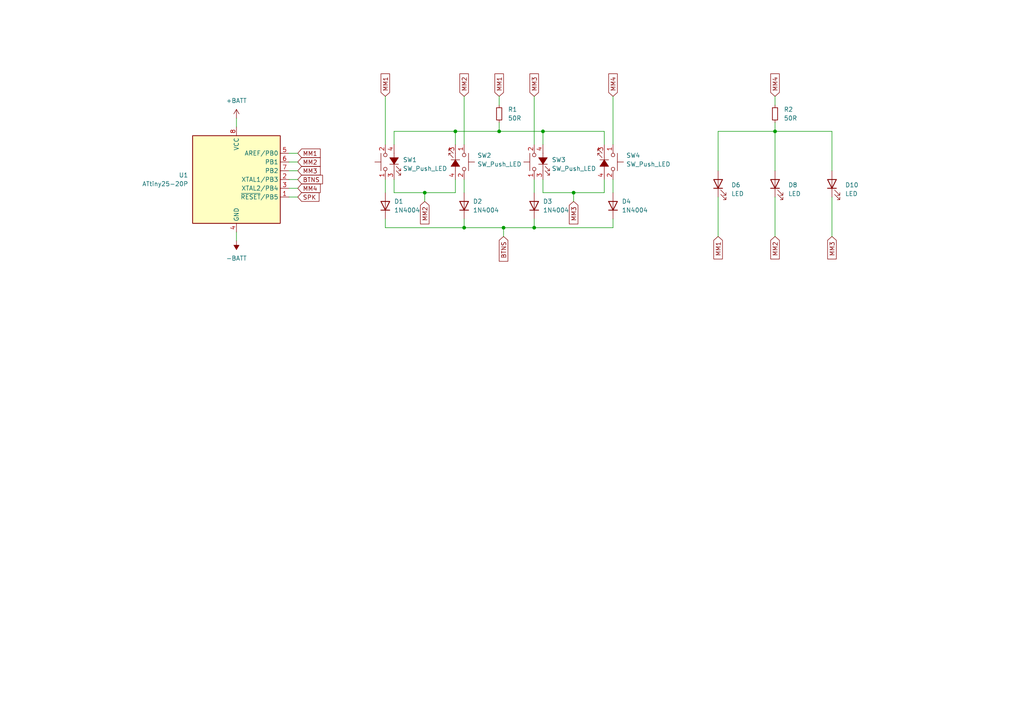
<source format=kicad_sch>
(kicad_sch (version 20230121) (generator eeschema)
  (paper "A4")
  (lib_symbols
    (symbol "Device:LED" (pin_numbers hide) (pin_names (offset 1.016) hide)
      (property "Reference" "D" (at 0 2.54 0))
      (property "Value" "LED" (at 0 -2.54 0))
      (symbol "LED_0_1"
        (polyline (pts (xy -1.27 -1.27) (xy -1.27 1.27)) (stroke (width 0.254)))
        (polyline (pts (xy -1.27 0) (xy 1.27 0)))
        (polyline (pts (xy 1.27 -1.27) (xy 1.27 1.27) (xy -1.27 0) (xy 1.27 -1.27)) (stroke (width 0.254)))
        (polyline (pts (xy -3.048 -0.762) (xy -4.572 -2.286) (xy -3.81 -2.286) (xy -4.572 -2.286) (xy -4.572 -1.524)))
        (polyline (pts (xy -1.778 -0.762) (xy -3.302 -2.286) (xy -2.54 -2.286) (xy -3.302 -2.286) (xy -3.302 -1.524)))
      )
      (symbol "LED_1_1"
        (pin passive line (at -3.81 0 0) (length 2.54) (name "K") (number "1"))
        (pin passive line (at 3.81 0 180) (length 2.54) (name "A") (number "2"))
      )
    )
    (symbol "Device:R_Small" (pin_numbers hide) (pin_names (offset 0.254) hide)
      (property "Reference" "R" (at 0.762 0.508 0))
      (property "Value" "R_Small" (at 0.762 -1.016 0))
      (symbol "R_Small_0_1"
        (rectangle (start -0.762 1.778) (end 0.762 -1.778) (stroke (width 0.2032)))
      )
      (symbol "R_Small_1_1"
        (pin passive line (at 0 2.54 270) (length 0.762) (name "~") (number "1"))
        (pin passive line (at 0 -2.54 90) (length 0.762) (name "~") (number "2"))
      )
    )
    (symbol "Diode:1N4004" (pin_numbers hide) (pin_names hide)
      (property "Reference" "D" (at 0 2.54 0))
      (property "Value" "1N4004" (at 0 -2.54 0))
      (symbol "1N4004_0_1"
        (polyline (pts (xy -1.27 1.27) (xy -1.27 -1.27)) (stroke (width 0.254)))
        (polyline (pts (xy 1.27 0) (xy -1.27 0)))
        (polyline (pts (xy 1.27 1.27) (xy 1.27 -1.27) (xy -1.27 0) (xy 1.27 1.27)) (stroke (width 0.254)))
      )
      (symbol "1N4004_1_1"
        (pin passive line (at -3.81 0 0) (length 2.54) (name "K") (number "1"))
        (pin passive line (at 3.81 0 180) (length 2.54) (name "A") (number "2"))
      )
    )
    (symbol "MCU_Microchip_ATtiny:ATtiny25-20P"
      (property "Reference" "U" (at -12.7 13.97 0))
      (property "Value" "ATtiny25-20P" (at 2.54 -13.97 0))
      (symbol "ATtiny25-20P_0_1"
        (rectangle (start -12.7 -12.7) (end 12.7 12.7) (stroke (width 0.254)) (fill (type background)))
      )
      (symbol "ATtiny25-20P_1_1"
        (pin bidirectional line (at 15.24 -5.08 180) (length 2.54) (name "~{RESET}/PB5") (number "1"))
        (pin bidirectional line (at 15.24 0 180) (length 2.54) (name "XTAL1/PB3") (number "2"))
        (pin bidirectional line (at 15.24 -2.54 180) (length 2.54) (name "XTAL2/PB4") (number "3"))
        (pin power_in line (at 0 -15.24 90) (length 2.54) (name "GND") (number "4"))
        (pin bidirectional line (at 15.24 7.62 180) (length 2.54) (name "AREF/PB0") (number "5"))
        (pin bidirectional line (at 15.24 5.08 180) (length 2.54) (name "PB1") (number "6"))
        (pin bidirectional line (at 15.24 2.54 180) (length 2.54) (name "PB2") (number "7"))
        (pin power_in line (at 0 15.24 270) (length 2.54) (name "VCC") (number "8"))
      )
    )
    (symbol "Switch:SW_Push_LED" (pin_names (offset 1.016) hide)
      (property "Reference" "SW" (at 0.635 5.715 0))
      (property "Value" "SW_Push_LED" (at 0 -3.175 0))
      (symbol "SW_Push_LED_0_0"
        (polyline (pts (xy -3.81 -1.905) (xy -2.54 -0.635)))
        (polyline (pts (xy -2.54 -1.905) (xy -1.27 -0.635)))
        (polyline (pts (xy -2.54 0) (xy 2.54 0)))
        (polyline (pts (xy -0.635 1.27) (xy -0.635 -1.27)))
        (polyline (pts (xy -3.81 -1.27) (xy -3.81 -1.905) (xy -3.175 -1.905)))
        (polyline (pts (xy -2.54 -1.27) (xy -2.54 -1.905) (xy -1.905 -1.905)))
        (polyline (pts (xy -0.635 0) (xy 1.27 1.27) (xy 1.27 -1.27) (xy -0.635 0)) (fill (type outline)))
      )
      (symbol "SW_Push_LED_0_1"
        (circle (center -2.032 2.54) (radius 0.508))
        (polyline (pts (xy 0 3.81) (xy 0 5.588)))
        (polyline (pts (xy 2.54 3.81) (xy -2.54 3.81)))
        (circle (center 2.032 2.54) (radius 0.508))
        (pin passive line (at -5.08 2.54 0) (length 2.54) (name "1") (number "1"))
        (pin passive line (at 5.08 2.54 180) (length 2.54) (name "2") (number "2"))
        (pin passive line (at -5.08 0 0) (length 2.54) (name "K") (number "3"))
        (pin passive line (at 5.08 0 180) (length 2.54) (name "A") (number "4"))
      )
    )
    (symbol "power:+BATT" (power) (pin_names (offset 0))
      (property "Value" "+BATT" (at 0 3.556 0))
      (symbol "+BATT_0_1"
        (polyline (pts (xy -0.762 1.27) (xy 0 2.54)))
        (polyline (pts (xy 0 0) (xy 0 2.54)))
        (polyline (pts (xy 0 2.54) (xy 0.762 1.27)))
      )
      (symbol "+BATT_1_1"
        (pin power_in line (at 0 0 90) (length 0) hide (name "+BATT") (number "1"))
      )
    )
    (symbol "power:-BATT" (power) (pin_names (offset 0))
      (property "Value" "-BATT" (at 0 3.556 0))
      (symbol "-BATT_0_1"
        (polyline (pts (xy 0 0) (xy 0 2.54)))
        (polyline (pts (xy 0.762 1.27) (xy -0.762 1.27) (xy 0 2.54) (xy 0.762 1.27)) (fill (type outline)))
      )
      (symbol "-BATT_1_1"
        (pin power_in line (at 0 0 90) (length 0) hide (name "-BATT") (number "1"))
      )
    )
  )
  (junction (at 154.94 66.04))
  (junction (at 123.19 55.88))
  (junction (at 144.78 38.1))
  (junction (at 146.05 66.04))
  (junction (at 134.62 66.04))
  (junction (at 224.79 38.1))
  (junction (at 157.48 38.1))
  (junction (at 132.08 38.1))
  (junction (at 166.37 55.88))
  (wire (pts (xy 154.94 63.5) (xy 154.94 66.04)))
  (wire (pts (xy 134.62 27.94) (xy 134.62 41.91)))
  (wire (pts (xy 208.28 57.15) (xy 208.28 68.58)))
  (wire (pts (xy 83.82 57.15) (xy 86.36 57.15)))
  (wire (pts (xy 114.3 38.1) (xy 132.08 38.1)))
  (wire (pts (xy 208.28 38.1) (xy 224.79 38.1)))
  (wire (pts (xy 157.48 52.07) (xy 157.48 55.88)))
  (wire (pts (xy 114.3 52.07) (xy 114.3 55.88)))
  (wire (pts (xy 208.28 38.1) (xy 208.28 49.53)))
  (wire (pts (xy 154.94 52.07) (xy 154.94 55.88)))
  (wire (pts (xy 175.26 38.1) (xy 175.26 41.91)))
  (wire (pts (xy 83.82 52.07) (xy 86.36 52.07)))
  (wire (pts (xy 154.94 27.94) (xy 154.94 41.91)))
  (wire (pts (xy 154.94 66.04) (xy 177.8 66.04)))
  (wire (pts (xy 146.05 66.04) (xy 154.94 66.04)))
  (wire (pts (xy 224.79 27.94) (xy 224.79 30.48)))
  (wire (pts (xy 177.8 63.5) (xy 177.8 66.04)))
  (wire (pts (xy 123.19 55.88) (xy 132.08 55.88)))
  (wire (pts (xy 83.82 54.61) (xy 86.36 54.61)))
  (wire (pts (xy 111.76 27.94) (xy 111.76 41.91)))
  (wire (pts (xy 224.79 57.15) (xy 224.79 68.58)))
  (wire (pts (xy 134.62 63.5) (xy 134.62 66.04)))
  (wire (pts (xy 111.76 52.07) (xy 111.76 55.88)))
  (wire (pts (xy 241.3 38.1) (xy 241.3 49.53)))
  (wire (pts (xy 241.3 57.15) (xy 241.3 68.58)))
  (wire (pts (xy 177.8 52.07) (xy 177.8 55.88)))
  (wire (pts (xy 132.08 38.1) (xy 144.78 38.1)))
  (wire (pts (xy 166.37 55.88) (xy 166.37 58.42)))
  (wire (pts (xy 177.8 27.94) (xy 177.8 41.91)))
  (wire (pts (xy 134.62 52.07) (xy 134.62 55.88)))
  (wire (pts (xy 83.82 44.45) (xy 86.36 44.45)))
  (wire (pts (xy 68.58 34.29) (xy 68.58 36.83)))
  (wire (pts (xy 224.79 38.1) (xy 224.79 49.53)))
  (wire (pts (xy 144.78 27.94) (xy 144.78 30.48)))
  (wire (pts (xy 132.08 38.1) (xy 132.08 41.91)))
  (wire (pts (xy 157.48 55.88) (xy 166.37 55.88)))
  (wire (pts (xy 224.79 38.1) (xy 241.3 38.1)))
  (wire (pts (xy 111.76 66.04) (xy 134.62 66.04)))
  (wire (pts (xy 157.48 38.1) (xy 175.26 38.1)))
  (wire (pts (xy 68.58 67.31) (xy 68.58 69.85)))
  (wire (pts (xy 111.76 63.5) (xy 111.76 66.04)))
  (wire (pts (xy 114.3 41.91) (xy 114.3 38.1)))
  (wire (pts (xy 132.08 55.88) (xy 132.08 52.07)))
  (wire (pts (xy 166.37 55.88) (xy 175.26 55.88)))
  (wire (pts (xy 83.82 49.53) (xy 86.36 49.53)))
  (wire (pts (xy 146.05 66.04) (xy 146.05 68.58)))
  (wire (pts (xy 175.26 55.88) (xy 175.26 52.07)))
  (wire (pts (xy 224.79 35.56) (xy 224.79 38.1)))
  (wire (pts (xy 123.19 55.88) (xy 123.19 58.42)))
  (wire (pts (xy 157.48 41.91) (xy 157.48 38.1)))
  (wire (pts (xy 134.62 66.04) (xy 146.05 66.04)))
  (wire (pts (xy 144.78 35.56) (xy 144.78 38.1)))
  (wire (pts (xy 144.78 38.1) (xy 157.48 38.1)))
  (wire (pts (xy 83.82 46.99) (xy 86.36 46.99)))
  (wire (pts (xy 114.3 55.88) (xy 123.19 55.88)))
  (global_label "MM3" (shape input) (at 166.37 58.42 270) (property "Intersheetrefs" "${INTERSHEET_REFS}" (effects hide)))
  (global_label "MM1" (shape input) (at 111.76 27.94 90) (property "Intersheetrefs" "${INTERSHEET_REFS}" (effects hide)))
  (global_label "MM4" (shape input) (at 86.36 54.61 0) (property "Intersheetrefs" "${INTERSHEET_REFS}" (effects hide)))
  (global_label "MM1" (shape input) (at 86.36 44.45 0) (property "Intersheetrefs" "${INTERSHEET_REFS}" (effects hide)))
  (global_label "MM1" (shape input) (at 208.28 68.58 270) (property "Intersheetrefs" "${INTERSHEET_REFS}" (effects hide)))
  (global_label "MM3" (shape input) (at 86.36 49.53 0) (property "Intersheetrefs" "${INTERSHEET_REFS}" (effects hide)))
  (global_label "MM4" (shape input) (at 224.79 27.94 90) (property "Intersheetrefs" "${INTERSHEET_REFS}" (effects hide)))
  (global_label "MM3" (shape input) (at 154.94 27.94 90) (property "Intersheetrefs" "${INTERSHEET_REFS}" (effects hide)))
  (global_label "MM4" (shape input) (at 177.8 27.94 90) (property "Intersheetrefs" "${INTERSHEET_REFS}" (effects hide)))
  (global_label "MM2" (shape input) (at 123.19 58.42 270) (property "Intersheetrefs" "${INTERSHEET_REFS}" (effects hide)))
  (global_label "MM3" (shape input) (at 241.3 68.58 270) (property "Intersheetrefs" "${INTERSHEET_REFS}" (effects hide)))
  (global_label "MM2" (shape input) (at 86.36 46.99 0) (property "Intersheetrefs" "${INTERSHEET_REFS}" (effects hide)))
  (global_label "MM1" (shape input) (at 144.78 27.94 90) (property "Intersheetrefs" "${INTERSHEET_REFS}" (effects hide)))
  (global_label "MM2" (shape input) (at 224.79 68.58 270) (property "Intersheetrefs" "${INTERSHEET_REFS}" (effects hide)))
  (global_label "SPK" (shape input) (at 86.36 57.15 0) (property "Intersheetrefs" "${INTERSHEET_REFS}" (effects hide)))
  (global_label "BTNS" (shape input) (at 86.36 52.07 0) (property "Intersheetrefs" "${INTERSHEET_REFS}" (effects hide)))
  (global_label "MM2" (shape input) (at 134.62 27.94 90) (property "Intersheetrefs" "${INTERSHEET_REFS}" (effects hide)))
  (global_label "BTNS" (shape input) (at 146.05 68.58 270) (property "Intersheetrefs" "${INTERSHEET_REFS}" (effects hide)))
  (symbol (lib_id "power:+BATT") (at 68.58 34.29 0) (unit 1)
    (property "Reference" "#PWR02" (effects hide))
    (property "Value" "+BATT" (at 68.58 29.21 0))
  )
  (symbol (lib_id "Diode:1N4004") (at 154.94 59.69 90) (unit 1)
    (property "Reference" "D3" (at 157.48 58.42 90) (effects (justify right)))
    (property "Value" "1N4004" (at 157.48 60.96 90) (effects (justify right)))
    (property "Footprint" "Diode_THT:D_DO-34_SOD68_P7.62mm_Horizontal" (effects hide))
    (property "Datasheet" "http://www.vishay.com/docs/88503/1n4001.pdf" (effects hide))
    (property "Sim.Device" "D" (effects hide))
    (property "Sim.Pins" "1=K 2=A" (effects hide))
  )
  (symbol (lib_id "Switch:SW_Push_LED") (at 175.26 46.99 270) (unit 1)
    (property "Reference" "SW4" (at 181.61 45.085 90) (effects (justify left)))
    (property "Value" "SW_Push_LED" (at 181.61 47.625 90) (effects (justify left)))
    (property "Footprint" "12mm_tactile_with_led:FX_tactile_12mm_with_LED" (effects hide))
  )
  (symbol (lib_id "Switch:SW_Push_LED") (at 157.48 46.99 90) (unit 1)
    (property "Reference" "SW3" (at 160.02 46.355 90) (effects (justify right)))
    (property "Value" "SW_Push_LED" (at 160.02 48.895 90) (effects (justify right)))
    (property "Footprint" "12mm_tactile_with_led:FX_tactile_12mm_with_LED" (effects hide))
  )
  (symbol (lib_id "Diode:1N4004") (at 111.76 59.69 90) (unit 1)
    (property "Reference" "D1" (at 114.3 58.42 90) (effects (justify right)))
    (property "Value" "1N4004" (at 114.3 60.96 90) (effects (justify right)))
    (property "Footprint" "Diode_THT:D_DO-34_SOD68_P7.62mm_Horizontal" (effects hide))
    (property "Datasheet" "http://www.vishay.com/docs/88503/1n4001.pdf" (effects hide))
    (property "Sim.Device" "D" (effects hide))
    (property "Sim.Pins" "1=K 2=A" (effects hide))
  )
  (symbol (lib_id "power:-BATT") (at 68.58 69.85 180) (unit 1)
    (property "Reference" "#PWR01" (effects hide))
    (property "Value" "-BATT" (at 68.58 74.93 0))
  )
  (symbol (lib_id "Switch:SW_Push_LED") (at 132.08 46.99 270) (unit 1)
    (property "Reference" "SW2" (at 138.43 45.085 90) (effects (justify left)))
    (property "Value" "SW_Push_LED" (at 138.43 47.625 90) (effects (justify left)))
    (property "Footprint" "12mm_tactile_with_led:FX_tactile_12mm_with_LED" (effects hide))
  )
  (symbol (lib_id "Device:R_Small") (at 144.78 33.02 0) (unit 1)
    (property "Reference" "R1" (at 147.32 31.75 0) (effects (justify left)))
    (property "Value" "50R" (at 147.32 34.29 0) (effects (justify left)))
    (property "Footprint" "Resistor_THT:R_Axial_DIN0207_L6.3mm_D2.5mm_P7.62mm_Horizontal" (effects hide))
  )
  (symbol (lib_id "Device:LED") (at 208.28 53.34 90) (unit 1)
    (property "Reference" "D6" (at 212.09 53.6575 90) (effects (justify right)))
    (property "Value" "LED" (at 212.09 56.1975 90) (effects (justify right)))
    (property "Footprint" "LED_THT:LED_D1.8mm_W3.3mm_H2.4mm" (effects hide))
  )
  (symbol (lib_id "Device:R_Small") (at 224.79 33.02 0) (unit 1)
    (property "Reference" "R2" (at 227.33 31.75 0) (effects (justify left)))
    (property "Value" "50R" (at 227.33 34.29 0) (effects (justify left)))
    (property "Footprint" "Resistor_THT:R_Axial_DIN0207_L6.3mm_D2.5mm_P7.62mm_Horizontal" (effects hide))
  )
  (symbol (lib_id "Diode:1N4004") (at 177.8 59.69 90) (unit 1)
    (property "Reference" "D4" (at 180.34 58.42 90) (effects (justify right)))
    (property "Value" "1N4004" (at 180.34 60.96 90) (effects (justify right)))
    (property "Footprint" "Diode_THT:D_DO-34_SOD68_P7.62mm_Horizontal" (effects hide))
    (property "Datasheet" "http://www.vishay.com/docs/88503/1n4001.pdf" (effects hide))
    (property "Sim.Device" "D" (effects hide))
    (property "Sim.Pins" "1=K 2=A" (effects hide))
  )
  (symbol (lib_id "Device:LED") (at 241.3 53.34 90) (unit 1)
    (property "Reference" "D10" (at 245.11 53.6575 90) (effects (justify right)))
    (property "Value" "LED" (at 245.11 56.1975 90) (effects (justify right)))
    (property "Footprint" "LED_THT:LED_D1.8mm_W3.3mm_H2.4mm" (effects hide))
  )
  (symbol (lib_id "MCU_Microchip_ATtiny:ATtiny25-20P") (at 68.58 52.07 0) (unit 1)
    (property "Reference" "U1" (at 54.61 50.8 0) (effects (justify right)))
    (property "Value" "ATtiny25-20P" (at 54.61 53.34 0) (effects (justify right)))
    (property "Footprint" "Package_DIP:DIP-8_W7.62mm" (effects hide))
    (property "Datasheet" "http://ww1.microchip.com/downloads/en/DeviceDoc/atmel-2586-avr-8-bit-microcontroller-attiny25-attiny45-attiny85_datasheet.pdf" (effects hide))
  )
  (symbol (lib_id "Device:LED") (at 224.79 53.34 90) (unit 1)
    (property "Reference" "D8" (at 228.6 53.6575 90) (effects (justify right)))
    (property "Value" "LED" (at 228.6 56.1975 90) (effects (justify right)))
    (property "Footprint" "LED_THT:LED_D1.8mm_W3.3mm_H2.4mm" (effects hide))
  )
  (symbol (lib_id "Diode:1N4004") (at 134.62 59.69 90) (unit 1)
    (property "Reference" "D2" (at 137.16 58.42 90) (effects (justify right)))
    (property "Value" "1N4004" (at 137.16 60.96 90) (effects (justify right)))
    (property "Footprint" "Diode_THT:D_DO-34_SOD68_P7.62mm_Horizontal" (effects hide))
    (property "Datasheet" "http://www.vishay.com/docs/88503/1n4001.pdf" (effects hide))
    (property "Sim.Device" "D" (effects hide))
    (property "Sim.Pins" "1=K 2=A" (effects hide))
  )
  (symbol (lib_id "Switch:SW_Push_LED") (at 114.3 46.99 90) (unit 1)
    (property "Reference" "SW1" (at 116.84 46.355 90) (effects (justify right)))
    (property "Value" "SW_Push_LED" (at 116.84 48.895 90) (effects (justify right)))
    (property "Footprint" "12mm_tactile_with_led:FX_tactile_12mm_with_LED" (effects hide))
  )
)
</source>
